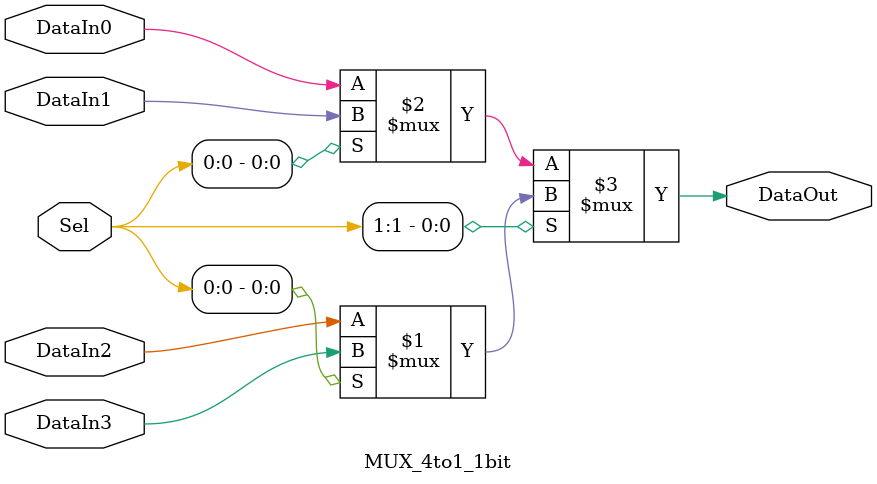
<source format=v>
`timescale 1ns/1ns

module MUX_4to1_1bit( Sel, DataIn0, DataIn1, DataIn2, DataIn3, DataOut );

  input DataIn0 ;
  input DataIn1 ;
  input DataIn2 ;
  input DataIn3 ;
  input [1:0] Sel ;

  output DataOut ;

  assign DataOut = Sel[1] ? ( Sel[0] ? DataIn3 : DataIn2 ) : ( Sel[0] ? DataIn1 : DataIn0 );

endmodule

</source>
